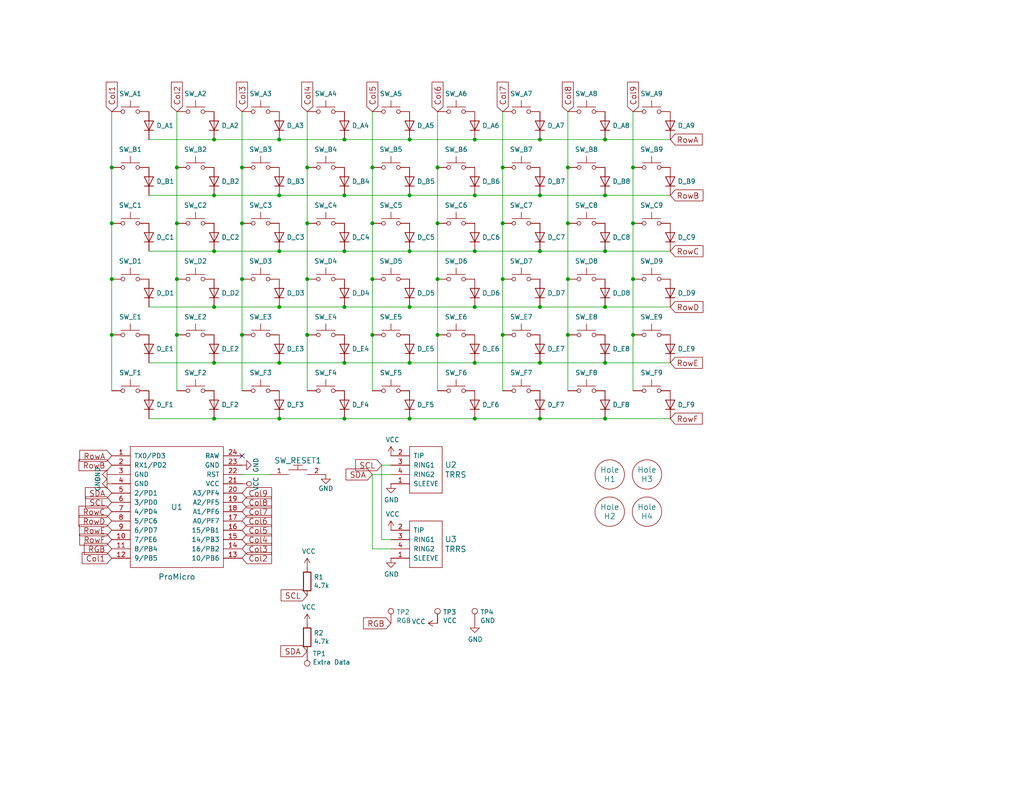
<source format=kicad_sch>
(kicad_sch (version 20211123) (generator eeschema)
  (paper "USLetter")
  (lib_symbols
    (symbol "Switch:SW_Push" (pin_numbers hide) (pin_names (offset 1.016) hide)
      (property "Reference" "SW" (at 1.27 2.54 0))
      (property "Value" "SW_Push" (at 0 -1.524 0))
      (symbol "SW_Push_0_1"
        (circle (center -2.032 0) (radius 0.508))
        (polyline (pts (xy 0 1.27) (xy 0 3.048)))
        (polyline (pts (xy 2.54 1.27) (xy -2.54 1.27)))
        (circle (center 2.032 0) (radius 0.508))
        (pin passive line (at -5.08 0 0) (length 2.54) (name "1") (number "1"))
        (pin passive line (at 5.08 0 180) (length 2.54) (name "2") (number "2"))
      )
    )
    (symbol "TRRS-keebio_1" (pin_names (offset 1.016))
      (property "Reference" "U2" (at 5.7912 7.6962 0))
      (property "Value" "TRRS" (at 5.7912 5.0038 0))
      (symbol "TRRS-keebio_1_0_1"
        (rectangle (start -3.81 0) (end -3.81 12.7))
        (rectangle (start -3.81 12.7) (end 5.08 12.7))
        (rectangle (start 5.08 0) (end -3.81 0))
        (rectangle (start 5.08 12.7) (end 5.08 0))
      )
      (symbol "TRRS-keebio_1_1_1"
        (pin input line (at -8.89 2.54 0) (length 5.08) (name "SLEEVE") (number "1"))
        (pin input line (at -8.89 10.16 0) (length 5.08) (name "TIP") (number "2"))
        (pin input line (at -8.89 7.62 0) (length 5.08) (name "RING1") (number "3"))
        (pin input line (at -8.89 5.08 0) (length 5.08) (name "RING2") (number "4"))
      )
    )
    (symbol "bfo9000-rescue:D-device" (pin_numbers hide) (pin_names (offset 1.016) hide)
      (property "Reference" "D" (at 0 2.54 0))
      (property "Value" "D-device" (at 0 -2.54 0))
      (symbol "D-device_0_1"
        (polyline (pts (xy -1.27 1.27) (xy -1.27 -1.27)) (stroke (width 0.2032)))
        (polyline (pts (xy 1.27 0) (xy -1.27 0)))
        (polyline (pts (xy 1.27 1.27) (xy 1.27 -1.27) (xy -1.27 0) (xy 1.27 1.27)) (stroke (width 0.2032)))
      )
      (symbol "D-device_1_1"
        (pin passive line (at -3.81 0 0) (length 2.54) (name "K") (number "1"))
        (pin passive line (at 3.81 0 180) (length 2.54) (name "A") (number "2"))
      )
    )
    (symbol "bfo9000-rescue:GND-RESCUE-bfo9000" (power) (pin_names (offset 0))
      (property "Value" "GND-RESCUE-bfo9000" (at 0 -3.81 0))
      (symbol "GND-RESCUE-bfo9000_0_1"
        (polyline (pts (xy 0 0) (xy 0 -1.27) (xy 1.27 -1.27) (xy 0 -2.54) (xy -1.27 -1.27) (xy 0 -1.27)))
      )
      (symbol "GND-RESCUE-bfo9000_1_1"
        (pin power_in line (at 0 0 270) (length 0) hide (name "GND") (number "1"))
      )
    )
    (symbol "bfo9000-rescue:Hole-RESCUE-bfo9000" (pin_names (offset 1.016))
      (property "Reference" "H" (at 0 -1.27 0))
      (property "Value" "Hole-RESCUE-bfo9000" (at 0 1.27 0))
      (symbol "Hole-RESCUE-bfo9000_0_1"
        (circle (center 0 0) (radius 4.0132))
      )
    )
    (symbol "bfo9000-rescue:ProMicro-RESCUE-bfo9000" (pin_names (offset 1.016))
      (property "Reference" "U" (at 0 0 0))
      (property "Value" "ProMicro-RESCUE-bfo9000" (at 0 -19.05 0))
      (symbol "ProMicro-RESCUE-bfo9000_0_1"
        (rectangle (start -12.7 -16.51) (end 12.7 16.51))
      )
      (symbol "ProMicro-RESCUE-bfo9000_1_1"
        (pin input line (at -17.78 13.97 0) (length 5.08) (name "TX0/PD3") (number "1"))
        (pin input line (at -17.78 -8.89 0) (length 5.08) (name "7/PE6") (number "10"))
        (pin input line (at -17.78 -11.43 0) (length 5.08) (name "8/PB4") (number "11"))
        (pin input line (at -17.78 -13.97 0) (length 5.08) (name "9/PB5") (number "12"))
        (pin input line (at 17.78 -13.97 180) (length 5.08) (name "10/PB6") (number "13"))
        (pin input line (at 17.78 -11.43 180) (length 5.08) (name "16/PB2") (number "14"))
        (pin input line (at 17.78 -8.89 180) (length 5.08) (name "14/PB3") (number "15"))
        (pin input line (at 17.78 -6.35 180) (length 5.08) (name "15/PB1") (number "16"))
        (pin input line (at 17.78 -3.81 180) (length 5.08) (name "A0/PF7") (number "17"))
        (pin input line (at 17.78 -1.27 180) (length 5.08) (name "A1/PF6") (number "18"))
        (pin input line (at 17.78 1.27 180) (length 5.08) (name "A2/PF5") (number "19"))
        (pin input line (at -17.78 11.43 0) (length 5.08) (name "RX1/PD2") (number "2"))
        (pin input line (at 17.78 3.81 180) (length 5.08) (name "A3/PF4") (number "20"))
        (pin input line (at 17.78 6.35 180) (length 5.08) (name "VCC") (number "21"))
        (pin input line (at 17.78 8.89 180) (length 5.08) (name "RST") (number "22"))
        (pin input line (at 17.78 11.43 180) (length 5.08) (name "GND") (number "23"))
        (pin input line (at 17.78 13.97 180) (length 5.08) (name "RAW") (number "24"))
        (pin input line (at -17.78 8.89 0) (length 5.08) (name "GND") (number "3"))
        (pin input line (at -17.78 6.35 0) (length 5.08) (name "GND") (number "4"))
        (pin input line (at -17.78 3.81 0) (length 5.08) (name "2/PD1") (number "5"))
        (pin input line (at -17.78 1.27 0) (length 5.08) (name "3/PD0") (number "6"))
        (pin input line (at -17.78 -1.27 0) (length 5.08) (name "4/PD4") (number "7"))
        (pin input line (at -17.78 -3.81 0) (length 5.08) (name "5/PC6") (number "8"))
        (pin input line (at -17.78 -6.35 0) (length 5.08) (name "6/PD7") (number "9"))
      )
    )
    (symbol "bfo9000-rescue:R-device" (pin_numbers hide) (pin_names (offset 0))
      (property "Reference" "R" (at 2.032 0 90))
      (property "Value" "R-device" (at 0 0 90))
      (symbol "R-device_0_1"
        (rectangle (start -1.016 -2.54) (end 1.016 2.54) (stroke (width 0.254)))
      )
      (symbol "R-device_1_1"
        (pin passive line (at 0 3.81 270) (length 1.27) (name "~") (number "1"))
        (pin passive line (at 0 -3.81 90) (length 1.27) (name "~") (number "2"))
      )
    )
    (symbol "bfo9000-rescue:Switch-RESCUE-bfo9000" (pin_names (offset 1.016))
      (property "Reference" "SW" (at 0 3.81 0))
      (symbol "Switch-RESCUE-bfo9000_0_1"
        (polyline (pts (xy -2.54 1.27) (xy 2.54 1.27)))
        (polyline (pts (xy -1.27 2.54) (xy 1.27 2.54)))
        (polyline (pts (xy 0 2.54) (xy 0 1.27)))
      )
      (symbol "Switch-RESCUE-bfo9000_1_1"
        (pin input line (at -7.62 0 0) (length 5.08) (name "~") (number "1"))
        (pin input line (at 7.62 0 180) (length 5.08) (name "~") (number "2"))
      )
    )
    (symbol "bfo9000-rescue:TRRS-keebio" (pin_names (offset 1.016))
      (property "Reference" "U3" (at 5.7912 7.6962 0))
      (property "Value" "TRRS" (at 5.7912 5.0038 0))
      (symbol "TRRS-keebio_0_1"
        (rectangle (start -3.81 0) (end -3.81 12.7))
        (rectangle (start -3.81 12.7) (end 5.08 12.7))
        (rectangle (start 5.08 0) (end -3.81 0))
        (rectangle (start 5.08 12.7) (end 5.08 0))
      )
      (symbol "TRRS-keebio_1_1"
        (pin input line (at -8.89 2.54 0) (length 5.08) (name "SLEEVE") (number "1"))
        (pin input line (at -8.89 10.16 0) (length 5.08) (name "TIP") (number "2"))
        (pin input line (at -8.89 7.62 0) (length 5.08) (name "RING1") (number "3"))
        (pin input line (at -8.89 5.08 0) (length 5.08) (name "RING2") (number "4"))
      )
    )
    (symbol "bfo9000-rescue:Test_Point-Connector" (pin_numbers hide) (pin_names (offset 0.762) hide)
      (property "Reference" "TP" (at 0 6.858 0))
      (property "Value" "Test_Point-Connector" (at 0 5.08 0))
      (symbol "Test_Point-Connector_0_1"
        (circle (center 0 3.302) (radius 0.762))
      )
      (symbol "Test_Point-Connector_1_1"
        (pin passive line (at 0 0 90) (length 2.54) (name "1") (number "1"))
      )
    )
    (symbol "bfo9000-rescue:VCC-RESCUE-bfo9000" (power) (pin_names (offset 0))
      (property "Value" "VCC-RESCUE-bfo9000" (at 0 3.81 0))
      (symbol "VCC-RESCUE-bfo9000_0_1"
        (polyline (pts (xy 0 0) (xy 0 1.27)))
        (circle (center 0 1.905) (radius 0.635))
      )
      (symbol "VCC-RESCUE-bfo9000_1_1"
        (pin power_in line (at 0 0 90) (length 0) hide (name "VCC") (number "1"))
      )
    )
    (symbol "power:GND" (power) (pin_names (offset 0))
      (property "Value" "GND" (at 0 -3.81 0))
      (symbol "GND_0_1"
        (polyline (pts (xy 0 0) (xy 0 -1.27) (xy 1.27 -1.27) (xy 0 -2.54) (xy -1.27 -1.27) (xy 0 -1.27)))
      )
      (symbol "GND_1_1"
        (pin power_in line (at 0 0 270) (length 0) hide (name "GND") (number "1"))
      )
    )
    (symbol "power:VCC" (power) (pin_names (offset 0))
      (property "Value" "VCC" (at 0 3.81 0))
      (symbol "VCC_0_1"
        (polyline (pts (xy -0.762 1.27) (xy 0 2.54)))
        (polyline (pts (xy 0 0) (xy 0 2.54)))
        (polyline (pts (xy 0 2.54) (xy 0.762 1.27)))
      )
      (symbol "VCC_1_1"
        (pin power_in line (at 0 0 90) (length 0) hide (name "VCC") (number "1"))
      )
    )
  )
  (junction (at 101.6 91.44))
  (junction (at 137.16 60.96))
  (junction (at 129.54 99.06))
  (junction (at 172.72 76.2))
  (junction (at 76.2 38.1))
  (junction (at 165.1 99.06))
  (junction (at 111.76 114.3))
  (junction (at 83.82 45.72))
  (junction (at 165.1 38.1))
  (junction (at 154.94 76.2))
  (junction (at 119.38 91.44))
  (junction (at 58.42 83.82))
  (junction (at 48.26 45.72))
  (junction (at 129.54 53.34))
  (junction (at 93.98 114.3))
  (junction (at 165.1 53.34))
  (junction (at 137.16 76.2))
  (junction (at 111.76 53.34))
  (junction (at 172.72 91.44))
  (junction (at 147.32 68.58))
  (junction (at 58.42 114.3))
  (junction (at 76.2 83.82))
  (junction (at 111.76 83.82))
  (junction (at 129.54 83.82))
  (junction (at 129.54 68.58))
  (junction (at 119.38 60.96))
  (junction (at 83.82 91.44))
  (junction (at 93.98 68.58))
  (junction (at 76.2 99.06))
  (junction (at 154.94 45.72))
  (junction (at 137.16 45.72))
  (junction (at 66.04 76.2))
  (junction (at 66.04 91.44))
  (junction (at 111.76 68.58))
  (junction (at 101.6 45.72))
  (junction (at 48.26 91.44))
  (junction (at 101.6 76.2))
  (junction (at 30.48 60.96))
  (junction (at 147.32 38.1))
  (junction (at 58.42 68.58))
  (junction (at 129.54 114.3))
  (junction (at 111.76 99.06))
  (junction (at 58.42 99.06))
  (junction (at 66.04 45.72))
  (junction (at 83.82 76.2))
  (junction (at 93.98 83.82))
  (junction (at 30.48 45.72))
  (junction (at 147.32 83.82))
  (junction (at 48.26 60.96))
  (junction (at 93.98 53.34))
  (junction (at 165.1 83.82))
  (junction (at 58.42 53.34))
  (junction (at 147.32 114.3))
  (junction (at 76.2 68.58))
  (junction (at 172.72 60.96))
  (junction (at 93.98 38.1))
  (junction (at 66.04 60.96))
  (junction (at 129.54 38.1))
  (junction (at 76.2 53.34))
  (junction (at 154.94 91.44))
  (junction (at 101.6 60.96))
  (junction (at 111.76 38.1))
  (junction (at 30.48 76.2))
  (junction (at 58.42 38.1))
  (junction (at 76.2 114.3))
  (junction (at 165.1 114.3))
  (junction (at 119.38 45.72))
  (junction (at 172.72 45.72))
  (junction (at 83.82 60.96))
  (junction (at 137.16 91.44))
  (junction (at 165.1 68.58))
  (junction (at 93.98 99.06))
  (junction (at 30.48 91.44))
  (junction (at 48.26 76.2))
  (junction (at 119.38 76.2))
  (junction (at 147.32 53.34))
  (junction (at 147.32 99.06))
  (junction (at 154.94 60.96))
  (no_connect (at 66.04 124.46))
  (wire (pts (xy 147.32 83.82) (xy 129.54 83.82)))
  (wire (pts (xy 172.72 91.44) (xy 172.72 106.68)))
  (wire (pts (xy 165.1 114.3) (xy 147.32 114.3)))
  (wire (pts (xy 104.14 147.32) (xy 104.14 127)))
  (wire (pts (xy 101.6 149.86) (xy 106.68 149.86)))
  (wire (pts (xy 30.48 60.96) (xy 30.48 45.72)))
  (wire (pts (xy 76.2 38.1) (xy 93.98 38.1)))
  (wire (pts (xy 93.98 68.58) (xy 111.76 68.58)))
  (wire (pts (xy 119.38 60.96) (xy 119.38 45.72)))
  (wire (pts (xy 154.94 91.44) (xy 154.94 76.2)))
  (wire (pts (xy 66.04 106.68) (xy 66.04 91.44)))
  (wire (pts (xy 48.26 45.72) (xy 48.26 30.48)))
  (wire (pts (xy 129.54 53.34) (xy 147.32 53.34)))
  (wire (pts (xy 83.82 45.72) (xy 83.82 30.48)))
  (wire (pts (xy 76.2 83.82) (xy 58.42 83.82)))
  (wire (pts (xy 129.54 68.58) (xy 147.32 68.58)))
  (wire (pts (xy 147.32 99.06) (xy 165.1 99.06)))
  (wire (pts (xy 129.54 99.06) (xy 147.32 99.06)))
  (wire (pts (xy 106.68 129.54) (xy 101.6 129.54)))
  (wire (pts (xy 73.66 129.54) (xy 66.04 129.54)))
  (wire (pts (xy 30.48 106.68) (xy 30.48 91.44)))
  (wire (pts (xy 165.1 68.58) (xy 182.88 68.58)))
  (wire (pts (xy 101.6 129.54) (xy 101.6 149.86)))
  (wire (pts (xy 93.98 83.82) (xy 76.2 83.82)))
  (wire (pts (xy 119.38 106.68) (xy 119.38 91.44)))
  (wire (pts (xy 83.82 106.68) (xy 83.82 91.44)))
  (wire (pts (xy 104.14 127) (xy 106.68 127)))
  (wire (pts (xy 93.98 99.06) (xy 111.76 99.06)))
  (wire (pts (xy 76.2 99.06) (xy 93.98 99.06)))
  (wire (pts (xy 58.42 83.82) (xy 40.64 83.82)))
  (wire (pts (xy 172.72 76.2) (xy 172.72 91.44)))
  (wire (pts (xy 154.94 76.2) (xy 154.94 60.96)))
  (wire (pts (xy 30.48 91.44) (xy 30.48 76.2)))
  (wire (pts (xy 111.76 83.82) (xy 93.98 83.82)))
  (wire (pts (xy 137.16 91.44) (xy 137.16 76.2)))
  (wire (pts (xy 66.04 91.44) (xy 66.04 76.2)))
  (wire (pts (xy 83.82 91.44) (xy 83.82 76.2)))
  (wire (pts (xy 48.26 60.96) (xy 48.26 45.72)))
  (wire (pts (xy 66.04 60.96) (xy 66.04 45.72)))
  (wire (pts (xy 111.76 53.34) (xy 129.54 53.34)))
  (wire (pts (xy 66.04 76.2) (xy 66.04 60.96)))
  (wire (pts (xy 154.94 60.96) (xy 154.94 45.72)))
  (wire (pts (xy 93.98 114.3) (xy 76.2 114.3)))
  (wire (pts (xy 58.42 38.1) (xy 76.2 38.1)))
  (wire (pts (xy 165.1 83.82) (xy 147.32 83.82)))
  (wire (pts (xy 101.6 91.44) (xy 101.6 76.2)))
  (wire (pts (xy 182.88 114.3) (xy 165.1 114.3)))
  (wire (pts (xy 30.48 45.72) (xy 30.48 30.48)))
  (wire (pts (xy 76.2 114.3) (xy 58.42 114.3)))
  (wire (pts (xy 111.76 68.58) (xy 129.54 68.58)))
  (wire (pts (xy 165.1 53.34) (xy 182.88 53.34)))
  (wire (pts (xy 76.2 68.58) (xy 93.98 68.58)))
  (wire (pts (xy 111.76 38.1) (xy 129.54 38.1)))
  (wire (pts (xy 147.32 53.34) (xy 165.1 53.34)))
  (wire (pts (xy 154.94 45.72) (xy 154.94 30.48)))
  (wire (pts (xy 48.26 91.44) (xy 48.26 76.2)))
  (wire (pts (xy 172.72 45.72) (xy 172.72 60.96)))
  (wire (pts (xy 83.82 60.96) (xy 83.82 45.72)))
  (wire (pts (xy 129.54 114.3) (xy 111.76 114.3)))
  (wire (pts (xy 106.68 147.32) (xy 104.14 147.32)))
  (wire (pts (xy 40.64 99.06) (xy 58.42 99.06)))
  (wire (pts (xy 147.32 38.1) (xy 165.1 38.1)))
  (wire (pts (xy 101.6 45.72) (xy 101.6 30.48)))
  (wire (pts (xy 111.76 114.3) (xy 93.98 114.3)))
  (wire (pts (xy 58.42 53.34) (xy 76.2 53.34)))
  (wire (pts (xy 30.48 76.2) (xy 30.48 60.96)))
  (wire (pts (xy 165.1 38.1) (xy 182.88 38.1)))
  (wire (pts (xy 58.42 99.06) (xy 76.2 99.06)))
  (wire (pts (xy 101.6 60.96) (xy 101.6 45.72)))
  (wire (pts (xy 93.98 53.34) (xy 111.76 53.34)))
  (wire (pts (xy 137.16 76.2) (xy 137.16 60.96)))
  (wire (pts (xy 48.26 76.2) (xy 48.26 60.96)))
  (wire (pts (xy 172.72 60.96) (xy 172.72 76.2)))
  (wire (pts (xy 48.26 106.68) (xy 48.26 91.44)))
  (wire (pts (xy 129.54 38.1) (xy 147.32 38.1)))
  (wire (pts (xy 111.76 99.06) (xy 129.54 99.06)))
  (wire (pts (xy 40.64 38.1) (xy 58.42 38.1)))
  (wire (pts (xy 66.04 45.72) (xy 66.04 30.48)))
  (wire (pts (xy 40.64 68.58) (xy 58.42 68.58)))
  (wire (pts (xy 101.6 76.2) (xy 101.6 60.96)))
  (wire (pts (xy 40.64 53.34) (xy 58.42 53.34)))
  (wire (pts (xy 147.32 114.3) (xy 129.54 114.3)))
  (wire (pts (xy 83.82 76.2) (xy 83.82 60.96)))
  (wire (pts (xy 154.94 106.68) (xy 154.94 91.44)))
  (wire (pts (xy 147.32 68.58) (xy 165.1 68.58)))
  (wire (pts (xy 165.1 99.06) (xy 182.88 99.06)))
  (wire (pts (xy 119.38 76.2) (xy 119.38 60.96)))
  (wire (pts (xy 101.6 106.68) (xy 101.6 91.44)))
  (wire (pts (xy 137.16 60.96) (xy 137.16 45.72)))
  (wire (pts (xy 137.16 106.68) (xy 137.16 91.44)))
  (wire (pts (xy 172.72 30.48) (xy 172.72 45.72)))
  (wire (pts (xy 93.98 38.1) (xy 111.76 38.1)))
  (wire (pts (xy 58.42 114.3) (xy 40.64 114.3)))
  (wire (pts (xy 119.38 45.72) (xy 119.38 30.48)))
  (wire (pts (xy 119.38 91.44) (xy 119.38 76.2)))
  (wire (pts (xy 182.88 83.82) (xy 165.1 83.82)))
  (wire (pts (xy 76.2 53.34) (xy 93.98 53.34)))
  (wire (pts (xy 137.16 45.72) (xy 137.16 30.48)))
  (wire (pts (xy 58.42 68.58) (xy 76.2 68.58)))
  (wire (pts (xy 129.54 83.82) (xy 111.76 83.82)))
  (global_label "Col1" (shape input) (at 30.48 30.48 90) (effects (font (size 1.524 1.524))) (property "Intersheet References" "${INTERSHEET_REFS}" (effects hide)))
  (global_label "Col7" (shape input) (at 137.16 30.48 90) (effects (font (size 1.524 1.524))) (property "Intersheet References" "${INTERSHEET_REFS}" (effects hide)))
  (global_label "RowD" (shape input) (at 30.48 142.24 180) (effects (font (size 1.524 1.524))) (property "Intersheet References" "${INTERSHEET_REFS}" (effects hide)))
  (global_label "RowB" (shape input) (at 182.88 53.34 0) (effects (font (size 1.524 1.524))) (property "Intersheet References" "${INTERSHEET_REFS}" (effects hide)))
  (global_label "RowC" (shape input) (at 182.88 68.58 0) (effects (font (size 1.524 1.524))) (property "Intersheet References" "${INTERSHEET_REFS}" (effects hide)))
  (global_label "Col4" (shape input) (at 66.04 147.32 0) (effects (font (size 1.524 1.524))) (property "Intersheet References" "${INTERSHEET_REFS}" (effects hide)))
  (global_label "Col9" (shape input) (at 172.72 30.48 90) (effects (font (size 1.524 1.524))) (property "Intersheet References" "${INTERSHEET_REFS}" (effects hide)))
  (global_label "Col6" (shape input) (at 66.04 142.24 0) (effects (font (size 1.524 1.524))) (property "Intersheet References" "${INTERSHEET_REFS}" (effects hide)))
  (global_label "Col6" (shape input) (at 119.38 30.48 90) (effects (font (size 1.524 1.524))) (property "Intersheet References" "${INTERSHEET_REFS}" (effects hide)))
  (global_label "RGB" (shape input) (at 30.48 149.86 180) (effects (font (size 1.524 1.524))) (property "Intersheet References" "${INTERSHEET_REFS}" (effects hide)))
  (global_label "Col8" (shape input) (at 66.04 137.16 0) (effects (font (size 1.524 1.524))) (property "Intersheet References" "${INTERSHEET_REFS}" (effects hide)))
  (global_label "RowF" (shape input) (at 182.88 114.3 0) (effects (font (size 1.524 1.524))) (property "Intersheet References" "${INTERSHEET_REFS}" (effects hide)))
  (global_label "Col4" (shape input) (at 83.82 30.48 90) (effects (font (size 1.524 1.524))) (property "Intersheet References" "${INTERSHEET_REFS}" (effects hide)))
  (global_label "Col2" (shape input) (at 48.26 30.48 90) (effects (font (size 1.524 1.524))) (property "Intersheet References" "${INTERSHEET_REFS}" (effects hide)))
  (global_label "Col8" (shape input) (at 154.94 30.48 90) (effects (font (size 1.524 1.524))) (property "Intersheet References" "${INTERSHEET_REFS}" (effects hide)))
  (global_label "RowA" (shape input) (at 30.48 124.46 180) (effects (font (size 1.524 1.524))) (property "Intersheet References" "${INTERSHEET_REFS}" (effects hide)))
  (global_label "Col3" (shape input) (at 66.04 30.48 90) (effects (font (size 1.524 1.524))) (property "Intersheet References" "${INTERSHEET_REFS}" (effects hide)))
  (global_label "SDA" (shape input) (at 30.48 134.62 180) (effects (font (size 1.524 1.524))) (property "Intersheet References" "${INTERSHEET_REFS}" (effects hide)))
  (global_label "SCL" (shape input) (at 104.14 127 180) (effects (font (size 1.524 1.524))) (property "Intersheet References" "${INTERSHEET_REFS}" (effects hide)))
  (global_label "SCL" (shape input) (at 30.48 137.16 180) (effects (font (size 1.524 1.524))) (property "Intersheet References" "${INTERSHEET_REFS}" (effects hide)))
  (global_label "RowC" (shape input) (at 30.48 139.7 180) (effects (font (size 1.524 1.524))) (property "Intersheet References" "${INTERSHEET_REFS}" (effects hide)))
  (global_label "Col1" (shape input) (at 30.48 152.4 180) (effects (font (size 1.524 1.524))) (property "Intersheet References" "${INTERSHEET_REFS}" (effects hide)))
  (global_label "Col2" (shape input) (at 66.04 152.4 0) (effects (font (size 1.524 1.524))) (property "Intersheet References" "${INTERSHEET_REFS}" (effects hide)))
  (global_label "RowA" (shape input) (at 182.88 38.1 0) (effects (font (size 1.524 1.524))) (property "Intersheet References" "${INTERSHEET_REFS}" (effects hide)))
  (global_label "RowE" (shape input) (at 182.88 99.06 0) (effects (font (size 1.524 1.524))) (property "Intersheet References" "${INTERSHEET_REFS}" (effects hide)))
  (global_label "SDA" (shape input) (at 101.6 129.54 180) (effects (font (size 1.524 1.524))) (property "Intersheet References" "${INTERSHEET_REFS}" (effects hide)))
  (global_label "Col7" (shape input) (at 66.04 139.7 0) (effects (font (size 1.524 1.524))) (property "Intersheet References" "${INTERSHEET_REFS}" (effects hide)))
  (global_label "SCL" (shape input) (at 83.82 162.56 180) (effects (font (size 1.524 1.524))) (property "Intersheet References" "${INTERSHEET_REFS}" (effects hide)))
  (global_label "Col5" (shape input) (at 101.6 30.48 90) (effects (font (size 1.524 1.524))) (property "Intersheet References" "${INTERSHEET_REFS}" (effects hide)))
  (global_label "RGB" (shape input) (at 106.68 170.18 180) (effects (font (size 1.524 1.524))) (property "Intersheet References" "${INTERSHEET_REFS}" (effects hide)))
  (global_label "RowB" (shape input) (at 30.48 127 180) (effects (font (size 1.524 1.524))) (property "Intersheet References" "${INTERSHEET_REFS}" (effects hide)))
  (global_label "RowD" (shape input) (at 182.88 83.82 0) (effects (font (size 1.524 1.524))) (property "Intersheet References" "${INTERSHEET_REFS}" (effects hide)))
  (global_label "RowE" (shape input) (at 30.48 144.78 180) (effects (font (size 1.524 1.524))) (property "Intersheet References" "${INTERSHEET_REFS}" (effects hide)))
  (global_label "Col3" (shape input) (at 66.04 149.86 0) (effects (font (size 1.524 1.524))) (property "Intersheet References" "${INTERSHEET_REFS}" (effects hide)))
  (global_label "SDA" (shape input) (at 83.82 177.8 180) (effects (font (size 1.524 1.524))) (property "Intersheet References" "${INTERSHEET_REFS}" (effects hide)))
  (global_label "Col9" (shape input) (at 66.04 134.62 0) (effects (font (size 1.524 1.524))) (property "Intersheet References" "${INTERSHEET_REFS}" (effects hide)))
  (global_label "RowF" (shape input) (at 30.48 147.32 180) (effects (font (size 1.524 1.524))) (property "Intersheet References" "${INTERSHEET_REFS}" (effects hide)))
  (global_label "Col5" (shape input) (at 66.04 144.78 0) (effects (font (size 1.524 1.524))) (property "Intersheet References" "${INTERSHEET_REFS}" (effects hide)))
  (symbol (lib_id "bfo9000-rescue:ProMicro-RESCUE-bfo9000") (at 48.26 138.43 0) (unit 1)
    (property "Reference" "U1" (at 48.26 138.43 0) (effects (font (size 1.524 1.524))))
    (property "Value" "ProMicro" (at 48.26 157.48 0) (effects (font (size 1.524 1.524))))
    (property "Footprint" "Keebio-Parts:ArduinoProMicro" (effects hide))
  )
  (symbol (lib_id "bfo9000-rescue:GND-RESCUE-bfo9000") (at 30.48 129.54 270) (unit 1)
    (property "Reference" "#PWR07" (effects hide))
    (property "Value" "GND" (at 26.67 129.54 0))
  )
  (symbol (lib_id "bfo9000-rescue:GND-RESCUE-bfo9000") (at 30.48 132.08 270) (unit 1)
    (property "Reference" "#PWR08" (effects hide))
    (property "Value" "GND" (at 26.67 132.08 0))
  )
  (symbol (lib_id "bfo9000-rescue:GND-RESCUE-bfo9000") (at 66.04 127 90) (unit 1)
    (property "Reference" "#PWR09" (effects hide))
    (property "Value" "GND" (at 69.85 127 0))
  )
  (symbol (lib_id "bfo9000-rescue:Switch-RESCUE-bfo9000") (at 81.28 129.54 0) (unit 1)
    (property "Reference" "SW_RESET1" (at 81.28 125.73 0) (effects (font (size 1.524 1.524))))
    (property "Value" "Reset" (effects hide))
    (property "Footprint" "Keebio-Parts:SW_Tactile_SPST_Angled_MJTP1117" (effects hide))
  )
  (symbol (lib_id "bfo9000-rescue:GND-RESCUE-bfo9000") (at 88.9 129.54 0) (unit 1)
    (property "Reference" "#PWR011" (effects hide))
    (property "Value" "GND" (at 88.9 133.35 0))
  )
  (symbol (lib_id "bfo9000-rescue:VCC-RESCUE-bfo9000") (at 66.04 132.08 270) (unit 1)
    (property "Reference" "#PWR010" (effects hide))
    (property "Value" "VCC" (at 69.85 132.08 0))
  )
  (symbol (lib_id "bfo9000-rescue:Hole-RESCUE-bfo9000") (at 166.37 129.54 0) (unit 1)
    (property "Reference" "H1" (at 166.37 130.81 0) (effects (font (size 1.524 1.524))))
    (property "Value" "Hole" (at 166.37 128.27 0) (effects (font (size 1.524 1.524))))
    (property "Footprint" "Mounting_Holes:MountingHole_4mm" (effects hide))
  )
  (symbol (lib_id "bfo9000-rescue:Hole-RESCUE-bfo9000") (at 176.53 129.54 0) (unit 1)
    (property "Reference" "H3" (at 176.53 130.81 0) (effects (font (size 1.524 1.524))))
    (property "Value" "Hole" (at 176.53 128.27 0) (effects (font (size 1.524 1.524))))
    (property "Footprint" "Mounting_Holes:MountingHole_4mm" (effects hide))
  )
  (symbol (lib_id "bfo9000-rescue:Hole-RESCUE-bfo9000") (at 166.37 139.7 0) (unit 1)
    (property "Reference" "H2" (at 166.37 140.97 0) (effects (font (size 1.524 1.524))))
    (property "Value" "Hole" (at 166.37 138.43 0) (effects (font (size 1.524 1.524))))
    (property "Footprint" "Mounting_Holes:MountingHole_4mm" (effects hide))
  )
  (symbol (lib_id "bfo9000-rescue:Hole-RESCUE-bfo9000") (at 176.53 139.7 0) (unit 1)
    (property "Reference" "H4" (at 176.53 140.97 0) (effects (font (size 1.524 1.524))))
    (property "Value" "Hole" (at 176.53 138.43 0) (effects (font (size 1.524 1.524))))
    (property "Footprint" "Mounting_Holes:MountingHole_4mm" (effects hide))
  )
  (symbol (lib_name "TRRS-keebio_1") (lib_id "bfo9000-rescue:TRRS-keebio") (at 115.57 134.62 0) (unit 1)
    (property "Reference" "U2" (at 121.3612 126.9238 0) (effects (font (size 1.524 1.524)) (justify left)))
    (property "Value" "TRRS" (at 121.3612 129.6162 0) (effects (font (size 1.524 1.524)) (justify left)))
    (property "Footprint" "Keebio-Parts:TRRS-PJ-320A" (effects hide))
  )
  (symbol (lib_id "bfo9000-rescue:TRRS-keebio") (at 115.57 154.94 0) (unit 1)
    (property "Reference" "U3" (at 121.3612 147.2438 0) (effects (font (size 1.524 1.524)) (justify left)))
    (property "Value" "TRRS" (at 121.3612 149.9362 0) (effects (font (size 1.524 1.524)) (justify left)))
    (property "Footprint" "Keebio-Parts:TRRS-PJ-320A" (effects hide))
  )
  (symbol (lib_id "power:VCC") (at 106.68 124.46 0) (unit 1)
    (property "Reference" "#PWR01" (effects hide))
    (property "Value" "VCC" (at 107.1118 120.0658 0))
  )
  (symbol (lib_id "power:VCC") (at 106.68 144.78 0) (unit 1)
    (property "Reference" "#PWR03" (effects hide))
    (property "Value" "VCC" (at 107.1118 140.3858 0))
  )
  (symbol (lib_id "power:GND") (at 106.68 152.4 0) (unit 1)
    (property "Reference" "#PWR04" (effects hide))
    (property "Value" "GND" (at 106.807 156.7942 0))
  )
  (symbol (lib_id "power:GND") (at 106.68 132.08 0) (unit 1)
    (property "Reference" "#PWR02" (effects hide))
    (property "Value" "GND" (at 106.807 136.4742 0))
  )
  (symbol (lib_id "Switch:SW_Push") (at 35.56 30.48 0) (unit 1)
    (property "Reference" "SW_A1" (at 35.56 25.5778 0))
    (property "Value" "SW_Push" (effects hide))
    (property "Footprint" "Keebio-Parts:MX-Alps-Choc-1U-NoLED" (effects hide))
  )
  (symbol (lib_id "bfo9000-rescue:D-device") (at 40.64 34.29 90) (unit 1)
    (property "Reference" "D_A1" (at 42.6466 34.29 90) (effects (justify right)))
    (property "Value" "D" (effects hide))
    (property "Footprint" "Keebio-Parts:Diode-Hybrid-Back" (effects hide))
  )
  (symbol (lib_id "Switch:SW_Push") (at 35.56 45.72 0) (unit 1)
    (property "Reference" "SW_B1" (at 35.56 40.8178 0))
    (property "Value" "SW_Push" (effects hide))
    (property "Footprint" "Keebio-Parts:MX-Alps-Choc-1U-NoLED" (effects hide))
  )
  (symbol (lib_id "bfo9000-rescue:D-device") (at 40.64 49.53 90) (unit 1)
    (property "Reference" "D_B1" (at 42.6466 49.53 90) (effects (justify right)))
    (property "Value" "D" (effects hide))
    (property "Footprint" "Keebio-Parts:Diode-Hybrid-Back" (effects hide))
  )
  (symbol (lib_id "Switch:SW_Push") (at 35.56 60.96 0) (unit 1)
    (property "Reference" "SW_C1" (at 35.56 56.0578 0))
    (property "Value" "SW_Push" (effects hide))
    (property "Footprint" "Keebio-Parts:MX-Alps-Choc-1U-NoLED" (effects hide))
  )
  (symbol (lib_id "bfo9000-rescue:D-device") (at 40.64 64.77 90) (unit 1)
    (property "Reference" "D_C1" (at 42.6466 64.77 90) (effects (justify right)))
    (property "Value" "D" (effects hide))
    (property "Footprint" "Keebio-Parts:Diode-Hybrid-Back" (effects hide))
  )
  (symbol (lib_id "Switch:SW_Push") (at 35.56 76.2 0) (unit 1)
    (property "Reference" "SW_D1" (at 35.56 71.2978 0))
    (property "Value" "SW_Push" (effects hide))
    (property "Footprint" "Keebio-Parts:MX-Alps-Choc-1U-NoLED" (effects hide))
  )
  (symbol (lib_id "bfo9000-rescue:D-device") (at 40.64 80.01 90) (unit 1)
    (property "Reference" "D_D1" (at 42.6466 80.01 90) (effects (justify right)))
    (property "Value" "D" (effects hide))
    (property "Footprint" "Keebio-Parts:Diode-Hybrid-Back" (effects hide))
  )
  (symbol (lib_id "Switch:SW_Push") (at 35.56 91.44 0) (unit 1)
    (property "Reference" "SW_E1" (at 35.56 86.5378 0))
    (property "Value" "SW_Push" (effects hide))
    (property "Footprint" "Keebio-Parts:MX-Alps-Choc-1U-NoLED" (effects hide))
  )
  (symbol (lib_id "bfo9000-rescue:D-device") (at 40.64 95.25 90) (unit 1)
    (property "Reference" "D_E1" (at 42.6466 95.25 90) (effects (justify right)))
    (property "Value" "D" (effects hide))
    (property "Footprint" "Keebio-Parts:Diode-Hybrid-Back" (effects hide))
  )
  (symbol (lib_id "Switch:SW_Push") (at 35.56 106.68 0) (unit 1)
    (property "Reference" "SW_F1" (at 35.56 101.7778 0))
    (property "Value" "SW_Push" (effects hide))
    (property "Footprint" "Keebio-Parts:MX-Alps-Choc-1U-NoLED" (effects hide))
  )
  (symbol (lib_id "bfo9000-rescue:D-device") (at 40.64 110.49 90) (unit 1)
    (property "Reference" "D_F1" (at 42.6466 110.49 90) (effects (justify right)))
    (property "Value" "D" (effects hide))
    (property "Footprint" "Keebio-Parts:Diode-Hybrid-Back" (effects hide))
  )
  (symbol (lib_id "Switch:SW_Push") (at 53.34 30.48 0) (unit 1)
    (property "Reference" "SW_A2" (at 53.34 25.5778 0))
    (property "Value" "SW_Push" (effects hide))
    (property "Footprint" "Keebio-Parts:MX-Alps-Choc-1U-NoLED" (effects hide))
  )
  (symbol (lib_id "bfo9000-rescue:D-device") (at 58.42 34.29 90) (unit 1)
    (property "Reference" "D_A2" (at 60.4266 34.29 90) (effects (justify right)))
    (property "Value" "D" (effects hide))
    (property "Footprint" "Keebio-Parts:Diode-Hybrid-Back" (effects hide))
  )
  (symbol (lib_id "Switch:SW_Push") (at 53.34 45.72 0) (unit 1)
    (property "Reference" "SW_B2" (at 53.34 40.8178 0))
    (property "Value" "SW_Push" (effects hide))
    (property "Footprint" "Keebio-Parts:MX-Alps-Choc-1U-NoLED" (effects hide))
  )
  (symbol (lib_id "bfo9000-rescue:D-device") (at 58.42 49.53 90) (unit 1)
    (property "Reference" "D_B2" (at 60.4266 49.53 90) (effects (justify right)))
    (property "Value" "D" (effects hide))
    (property "Footprint" "Keebio-Parts:Diode-Hybrid-Back" (effects hide))
  )
  (symbol (lib_id "Switch:SW_Push") (at 53.34 60.96 0) (unit 1)
    (property "Reference" "SW_C2" (at 53.34 56.0578 0))
    (property "Value" "SW_Push" (effects hide))
    (property "Footprint" "Keebio-Parts:MX-Alps-Choc-1U-NoLED" (effects hide))
  )
  (symbol (lib_id "bfo9000-rescue:D-device") (at 58.42 64.77 90) (unit 1)
    (property "Reference" "D_C2" (at 60.4266 64.77 90) (effects (justify right)))
    (property "Value" "D" (effects hide))
    (property "Footprint" "Keebio-Parts:Diode-Hybrid-Back" (effects hide))
  )
  (symbol (lib_id "Switch:SW_Push") (at 53.34 76.2 0) (unit 1)
    (property "Reference" "SW_D2" (at 53.34 71.2978 0))
    (property "Value" "SW_Push" (effects hide))
    (property "Footprint" "Keebio-Parts:MX-Alps-Choc-1U-NoLED" (effects hide))
  )
  (symbol (lib_id "bfo9000-rescue:D-device") (at 58.42 80.01 90) (unit 1)
    (property "Reference" "D_D2" (at 60.4266 80.01 90) (effects (justify right)))
    (property "Value" "D" (effects hide))
    (property "Footprint" "Keebio-Parts:Diode-Hybrid-Back" (effects hide))
  )
  (symbol (lib_id "Switch:SW_Push") (at 53.34 91.44 0) (unit 1)
    (property "Reference" "SW_E2" (at 53.34 86.5378 0))
    (property "Value" "SW_Push" (effects hide))
    (property "Footprint" "Keebio-Parts:MX-Alps-Choc-1U-NoLED" (effects hide))
  )
  (symbol (lib_id "bfo9000-rescue:D-device") (at 58.42 95.25 90) (unit 1)
    (property "Reference" "D_E2" (at 60.4266 95.25 90) (effects (justify right)))
    (property "Value" "D" (effects hide))
    (property "Footprint" "Keebio-Parts:Diode-Hybrid-Back" (effects hide))
  )
  (symbol (lib_id "Switch:SW_Push") (at 53.34 106.68 0) (unit 1)
    (property "Reference" "SW_F2" (at 53.34 101.7778 0))
    (property "Value" "SW_Push" (effects hide))
    (property "Footprint" "Keebio-Parts:MX-Alps-Choc-1U-NoLED" (effects hide))
  )
  (symbol (lib_id "bfo9000-rescue:D-device") (at 58.42 110.49 90) (unit 1)
    (property "Reference" "D_F2" (at 60.4266 110.49 90) (effects (justify right)))
    (property "Value" "D" (effects hide))
    (property "Footprint" "Keebio-Parts:Diode-Hybrid-Back" (effects hide))
  )
  (symbol (lib_id "Switch:SW_Push") (at 71.12 30.48 0) (unit 1)
    (property "Reference" "SW_A3" (at 71.12 25.5778 0))
    (property "Value" "SW_Push" (effects hide))
    (property "Footprint" "Keebio-Parts:MX-Alps-Choc-1U-NoLED" (effects hide))
  )
  (symbol (lib_id "bfo9000-rescue:D-device") (at 76.2 34.29 90) (unit 1)
    (property "Reference" "D_A3" (at 78.2066 34.29 90) (effects (justify right)))
    (property "Value" "D" (effects hide))
    (property "Footprint" "Keebio-Parts:Diode-Hybrid-Back" (effects hide))
  )
  (symbol (lib_id "Switch:SW_Push") (at 71.12 45.72 0) (unit 1)
    (property "Reference" "SW_B3" (at 71.12 40.8178 0))
    (property "Value" "SW_Push" (effects hide))
    (property "Footprint" "Keebio-Parts:MX-Alps-Choc-1U-NoLED" (effects hide))
  )
  (symbol (lib_id "bfo9000-rescue:D-device") (at 76.2 49.53 90) (unit 1)
    (property "Reference" "D_B3" (at 78.2066 49.53 90) (effects (justify right)))
    (property "Value" "D" (effects hide))
    (property "Footprint" "Keebio-Parts:Diode-Hybrid-Back" (effects hide))
  )
  (symbol (lib_id "Switch:SW_Push") (at 71.12 60.96 0) (unit 1)
    (property "Reference" "SW_C3" (at 71.12 56.0578 0))
    (property "Value" "SW_Push" (effects hide))
    (property "Footprint" "Keebio-Parts:MX-Alps-Choc-1U-NoLED" (effects hide))
  )
  (symbol (lib_id "bfo9000-rescue:D-device") (at 76.2 64.77 90) (unit 1)
    (property "Reference" "D_C3" (at 78.2066 64.77 90) (effects (justify right)))
    (property "Value" "D" (effects hide))
    (property "Footprint" "Keebio-Parts:Diode-Hybrid-Back" (effects hide))
  )
  (symbol (lib_id "Switch:SW_Push") (at 71.12 76.2 0) (unit 1)
    (property "Reference" "SW_D3" (at 71.12 71.2978 0))
    (property "Value" "SW_Push" (effects hide))
    (property "Footprint" "Keebio-Parts:MX-Alps-Choc-1U-NoLED" (effects hide))
  )
  (symbol (lib_id "bfo9000-rescue:D-device") (at 76.2 80.01 90) (unit 1)
    (property "Reference" "D_D3" (at 78.2066 80.01 90) (effects (justify right)))
    (property "Value" "D" (effects hide))
    (property "Footprint" "Keebio-Parts:Diode-Hybrid-Back" (effects hide))
  )
  (symbol (lib_id "Switch:SW_Push") (at 71.12 91.44 0) (unit 1)
    (property "Reference" "SW_E3" (at 71.12 86.5378 0))
    (property "Value" "SW_Push" (effects hide))
    (property "Footprint" "Keebio-Parts:MX-Alps-Choc-1U-NoLED" (effects hide))
  )
  (symbol (lib_id "bfo9000-rescue:D-device") (at 76.2 95.25 90) (unit 1)
    (property "Reference" "D_E3" (at 78.2066 95.25 90) (effects (justify right)))
    (property "Value" "D" (effects hide))
    (property "Footprint" "Keebio-Parts:Diode-Hybrid-Back" (effects hide))
  )
  (symbol (lib_id "Switch:SW_Push") (at 71.12 106.68 0) (unit 1)
    (property "Reference" "SW_F3" (at 71.12 101.7778 0))
    (property "Value" "SW_Push" (effects hide))
    (property "Footprint" "Keebio-Parts:MX-Alps-Choc-1U-NoLED" (effects hide))
  )
  (symbol (lib_id "bfo9000-rescue:D-device") (at 76.2 110.49 90) (unit 1)
    (property "Reference" "D_F3" (at 78.2066 110.49 90) (effects (justify right)))
    (property "Value" "D" (effects hide))
    (property "Footprint" "Keebio-Parts:Diode-Hybrid-Back" (effects hide))
  )
  (symbol (lib_id "Switch:SW_Push") (at 88.9 30.48 0) (unit 1)
    (property "Reference" "SW_A4" (at 88.9 25.5778 0))
    (property "Value" "SW_Push" (effects hide))
    (property "Footprint" "Keebio-Parts:MX-Alps-Choc-1U-NoLED" (effects hide))
  )
  (symbol (lib_id "bfo9000-rescue:D-device") (at 93.98 34.29 90) (unit 1)
    (property "Reference" "D_A4" (at 95.9866 34.29 90) (effects (justify right)))
    (property "Value" "D" (effects hide))
    (property "Footprint" "Keebio-Parts:Diode-Hybrid-Back" (effects hide))
  )
  (symbol (lib_id "Switch:SW_Push") (at 88.9 45.72 0) (unit 1)
    (property "Reference" "SW_B4" (at 88.9 40.8178 0))
    (property "Value" "SW_Push" (effects hide))
    (property "Footprint" "Keebio-Parts:MX-Alps-Choc-1U-NoLED" (effects hide))
  )
  (symbol (lib_id "bfo9000-rescue:D-device") (at 93.98 49.53 90) (unit 1)
    (property "Reference" "D_B4" (at 95.9866 49.53 90) (effects (justify right)))
    (property "Value" "D" (effects hide))
    (property "Footprint" "Keebio-Parts:Diode-Hybrid-Back" (effects hide))
  )
  (symbol (lib_id "Switch:SW_Push") (at 88.9 60.96 0) (unit 1)
    (property "Reference" "SW_C4" (at 88.9 56.0578 0))
    (property "Value" "SW_Push" (effects hide))
    (property "Footprint" "Keebio-Parts:MX-Alps-Choc-1U-NoLED" (effects hide))
  )
  (symbol (lib_id "bfo9000-rescue:D-device") (at 93.98 64.77 90) (unit 1)
    (property "Reference" "D_C4" (at 95.9866 64.77 90) (effects (justify right)))
    (property "Value" "D" (effects hide))
    (property "Footprint" "Keebio-Parts:Diode-Hybrid-Back" (effects hide))
  )
  (symbol (lib_id "Switch:SW_Push") (at 88.9 76.2 0) (unit 1)
    (property "Reference" "SW_D4" (at 88.9 71.2978 0))
    (property "Value" "SW_Push" (effects hide))
    (property "Footprint" "Keebio-Parts:MX-Alps-Choc-1U-NoLED" (effects hide))
  )
  (symbol (lib_id "bfo9000-rescue:D-device") (at 93.98 80.01 90) (unit 1)
    (property "Reference" "D_D4" (at 95.9866 80.01 90) (effects (justify right)))
    (property "Value" "D" (effects hide))
    (property "Footprint" "Keebio-Parts:Diode-Hybrid-Back" (effects hide))
  )
  (symbol (lib_id "Switch:SW_Push") (at 88.9 91.44 0) (unit 1)
    (property "Reference" "SW_E4" (at 88.9 86.5378 0))
    (property "Value" "SW_Push" (effects hide))
    (property "Footprint" "Keebio-Parts:MX-Alps-Choc-1U-NoLED" (effects hide))
  )
  (symbol (lib_id "bfo9000-rescue:D-device") (at 93.98 95.25 90) (unit 1)
    (property "Reference" "D_E4" (at 95.9866 95.25 90) (effects (justify right)))
    (property "Value" "D" (effects hide))
    (property "Footprint" "Keebio-Parts:Diode-Hybrid-Back" (effects hide))
  )
  (symbol (lib_id "Switch:SW_Push") (at 88.9 106.68 0) (unit 1)
    (property "Reference" "SW_F4" (at 88.9 101.7778 0))
    (property "Value" "SW_Push" (effects hide))
    (property "Footprint" "Keebio-Parts:MX-Alps-Choc-1U-NoLED" (effects hide))
  )
  (symbol (lib_id "bfo9000-rescue:D-device") (at 93.98 110.49 90) (unit 1)
    (property "Reference" "D_F4" (at 95.9866 110.49 90) (effects (justify right)))
    (property "Value" "D" (effects hide))
    (property "Footprint" "Keebio-Parts:Diode-Hybrid-Back" (effects hide))
  )
  (symbol (lib_id "Switch:SW_Push") (at 106.68 30.48 0) (unit 1)
    (property "Reference" "SW_A5" (at 106.68 25.5778 0))
    (property "Value" "SW_Push" (effects hide))
    (property "Footprint" "Keebio-Parts:MX-Alps-Choc-1U-NoLED" (effects hide))
  )
  (symbol (lib_id "bfo9000-rescue:D-device") (at 111.76 34.29 90) (unit 1)
    (property "Reference" "D_A5" (at 113.7666 34.29 90) (effects (justify right)))
    (property "Value" "D" (effects hide))
    (property "Footprint" "Keebio-Parts:Diode-Hybrid-Back" (effects hide))
  )
  (symbol (lib_id "Switch:SW_Push") (at 106.68 45.72 0) (unit 1)
    (property "Reference" "SW_B5" (at 106.68 40.8178 0))
    (property "Value" "SW_Push" (effects hide))
    (property "Footprint" "Keebio-Parts:MX-Alps-Choc-1U-NoLED" (effects hide))
  )
  (symbol (lib_id "bfo9000-rescue:D-device") (at 111.76 49.53 90) (unit 1)
    (property "Reference" "D_B5" (at 113.7666 49.53 90) (effects (justify right)))
    (property "Value" "D" (effects hide))
    (property "Footprint" "Keebio-Parts:Diode-Hybrid-Back" (effects hide))
  )
  (symbol (lib_id "Switch:SW_Push") (at 106.68 60.96 0) (unit 1)
    (property "Reference" "SW_C5" (at 106.68 56.0578 0))
    (property "Value" "SW_Push" (effects hide))
    (property "Footprint" "Keebio-Parts:MX-Alps-Choc-1U-NoLED" (effects hide))
  )
  (symbol (lib_id "bfo9000-rescue:D-device") (at 111.76 64.77 90) (unit 1)
    (property "Reference" "D_C5" (at 113.7666 64.77 90) (effects (justify right)))
    (property "Value" "D" (effects hide))
    (property "Footprint" "Keebio-Parts:Diode-Hybrid-Back" (effects hide))
  )
  (symbol (lib_id "Switch:SW_Push") (at 106.68 76.2 0) (unit 1)
    (property "Reference" "SW_D5" (at 106.68 71.2978 0))
    (property "Value" "SW_Push" (effects hide))
    (property "Footprint" "Keebio-Parts:MX-Alps-Choc-1U-NoLED" (effects hide))
  )
  (symbol (lib_id "bfo9000-rescue:D-device") (at 111.76 80.01 90) (unit 1)
    (property "Reference" "D_D5" (at 113.7666 80.01 90) (effects (justify right)))
    (property "Value" "D" (effects hide))
    (property "Footprint" "Keebio-Parts:Diode-Hybrid-Back" (effects hide))
  )
  (symbol (lib_id "Switch:SW_Push") (at 106.68 91.44 0) (unit 1)
    (property "Reference" "SW_E5" (at 106.68 86.5378 0))
    (property "Value" "SW_Push" (effects hide))
    (property "Footprint" "Keebio-Parts:MX-Alps-Choc-1U-NoLED" (effects hide))
  )
  (symbol (lib_id "bfo9000-rescue:D-device") (at 111.76 95.25 90) (unit 1)
    (property "Reference" "D_E5" (at 113.7666 95.25 90) (effects (justify right)))
    (property "Value" "D" (effects hide))
    (property "Footprint" "Keebio-Parts:Diode-Hybrid-Back" (effects hide))
  )
  (symbol (lib_id "Switch:SW_Push") (at 106.68 106.68 0) (unit 1)
    (property "Reference" "SW_F5" (at 106.68 101.7778 0))
    (property "Value" "SW_Push" (effects hide))
    (property "Footprint" "Keebio-Parts:MX-Alps-Choc-1U-NoLED" (effects hide))
  )
  (symbol (lib_id "bfo9000-rescue:D-device") (at 111.76 110.49 90) (unit 1)
    (property "Reference" "D_F5" (at 113.7666 110.49 90) (effects (justify right)))
    (property "Value" "D" (effects hide))
    (property "Footprint" "Keebio-Parts:Diode-Hybrid-Back" (effects hide))
  )
  (symbol (lib_id "Switch:SW_Push") (at 124.46 30.48 0) (unit 1)
    (property "Reference" "SW_A6" (at 124.46 25.5778 0))
    (property "Value" "SW_Push" (effects hide))
    (property "Footprint" "Keebio-Parts:MX-Alps-Choc-1U-NoLED" (effects hide))
  )
  (symbol (lib_id "bfo9000-rescue:D-device") (at 129.54 34.29 90) (unit 1)
    (property "Reference" "D_A6" (at 131.5466 34.29 90) (effects (justify right)))
    (property "Value" "D" (effects hide))
    (property "Footprint" "Keebio-Parts:Diode-Hybrid-Back" (effects hide))
  )
  (symbol (lib_id "Switch:SW_Push") (at 124.46 45.72 0) (unit 1)
    (property "Reference" "SW_B6" (at 124.46 40.8178 0))
    (property "Value" "SW_Push" (effects hide))
    (property "Footprint" "Keebio-Parts:MX-Alps-Choc-1U-NoLED" (effects hide))
  )
  (symbol (lib_id "bfo9000-rescue:D-device") (at 129.54 49.53 90) (unit 1)
    (property "Reference" "D_B6" (at 131.5466 49.53 90) (effects (justify right)))
    (property "Value" "D" (effects hide))
    (property "Footprint" "Keebio-Parts:Diode-Hybrid-Back" (effects hide))
  )
  (symbol (lib_id "Switch:SW_Push") (at 124.46 60.96 0) (unit 1)
    (property "Reference" "SW_C6" (at 124.46 56.0578 0))
    (property "Value" "SW_Push" (effects hide))
    (property "Footprint" "Keebio-Parts:MX-Alps-Choc-1U-NoLED" (effects hide))
  )
  (symbol (lib_id "bfo9000-rescue:D-device") (at 129.54 64.77 90) (unit 1)
    (property "Reference" "D_C6" (at 131.5466 64.77 90) (effects (justify right)))
    (property "Value" "D" (effects hide))
    (property "Footprint" "Keebio-Parts:Diode-Hybrid-Back" (effects hide))
  )
  (symbol (lib_id "Switch:SW_Push") (at 124.46 76.2 0) (unit 1)
    (property "Reference" "SW_D6" (at 124.46 71.2978 0))
    (property "Value" "SW_Push" (effects hide))
    (property "Footprint" "Keebio-Parts:MX-Alps-Choc-1U-NoLED" (effects hide))
  )
  (symbol (lib_id "bfo9000-rescue:D-device") (at 129.54 80.01 90) (unit 1)
    (property "Reference" "D_D6" (at 131.5466 80.01 90) (effects (justify right)))
    (property "Value" "D" (effects hide))
    (property "Footprint" "Keebio-Parts:Diode-Hybrid-Back" (effects hide))
  )
  (symbol (lib_id "Switch:SW_Push") (at 124.46 91.44 0) (unit 1)
    (property "Reference" "SW_E6" (at 124.46 86.5378 0))
    (property "Value" "SW_Push" (effects hide))
    (property "Footprint" "Keebio-Parts:MX-Alps-Choc-1U-NoLED" (effects hide))
  )
  (symbol (lib_id "bfo9000-rescue:D-device") (at 129.54 95.25 90) (unit 1)
    (property "Reference" "D_E6" (at 131.5466 95.25 90) (effects (justify right)))
    (property "Value" "D" (effects hide))
    (property "Footprint" "Keebio-Parts:Diode-Hybrid-Back" (effects hide))
  )
  (symbol (lib_id "Switch:SW_Push") (at 124.46 106.68 0) (unit 1)
    (property "Reference" "SW_F6" (at 124.46 101.7778 0))
    (property "Value" "SW_Push" (effects hide))
    (property "Footprint" "Keebio-Parts:MX-Alps-Choc-1U-NoLED" (effects hide))
  )
  (symbol (lib_id "bfo9000-rescue:D-device") (at 129.54 110.49 90) (unit 1)
    (property "Reference" "D_F6" (at 131.5466 110.49 90) (effects (justify right)))
    (property "Value" "D" (effects hide))
    (property "Footprint" "Keebio-Parts:Diode-Hybrid-Back" (effects hide))
  )
  (symbol (lib_id "Switch:SW_Push") (at 142.24 30.48 0) (unit 1)
    (property "Reference" "SW_A7" (at 142.24 25.5778 0))
    (property "Value" "SW_Push" (effects hide))
    (property "Footprint" "Keebio-Parts:MX-Alps-Choc-1U-NoLED" (effects hide))
  )
  (symbol (lib_id "bfo9000-rescue:D-device") (at 147.32 34.29 90) (unit 1)
    (property "Reference" "D_A7" (at 149.3266 34.29 90) (effects (justify right)))
    (property "Value" "D" (effects hide))
    (property "Footprint" "Keebio-Parts:Diode-Hybrid-Back" (effects hide))
  )
  (symbol (lib_id "Switch:SW_Push") (at 142.24 45.72 0) (unit 1)
    (property "Reference" "SW_B7" (at 142.24 40.8178 0))
    (property "Value" "SW_Push" (effects hide))
    (property "Footprint" "Keebio-Parts:MX-Alps-Choc-1U-NoLED" (effects hide))
  )
  (symbol (lib_id "bfo9000-rescue:D-device") (at 147.32 49.53 90) (unit 1)
    (property "Reference" "D_B7" (at 149.3266 49.53 90) (effects (justify right)))
    (property "Value" "D" (effects hide))
    (property "Footprint" "Keebio-Parts:Diode-Hybrid-Back" (effects hide))
  )
  (symbol (lib_id "Switch:SW_Push") (at 142.24 60.96 0) (unit 1)
    (property "Reference" "SW_C7" (at 142.24 56.0578 0))
    (property "Value" "SW_Push" (effects hide))
    (property "Footprint" "Keebio-Parts:MX-Alps-Choc-1U-NoLED" (effects hide))
  )
  (symbol (lib_id "bfo9000-rescue:D-device") (at 147.32 64.77 90) (unit 1)
    (property "Reference" "D_C7" (at 149.3266 64.77 90) (effects (justify right)))
    (property "Value" "D" (effects hide))
    (property "Footprint" "Keebio-Parts:Diode-Hybrid-Back" (effects hide))
  )
  (symbol (lib_id "Switch:SW_Push") (at 142.24 76.2 0) (unit 1)
    (property "Reference" "SW_D7" (at 142.24 71.2978 0))
    (property "Value" "SW_Push" (effects hide))
    (property "Footprint" "Keebio-Parts:MX-Alps-Choc-1U-NoLED" (effects hide))
  )
  (symbol (lib_id "bfo9000-rescue:D-device") (at 147.32 80.01 90) (unit 1)
    (property "Reference" "D_D7" (at 149.3266 80.01 90) (effects (justify right)))
    (property "Value" "D" (effects hide))
    (property "Footprint" "Keebio-Parts:Diode-Hybrid-Back" (effects hide))
  )
  (symbol (lib_id "Switch:SW_Push") (at 142.24 91.44 0) (unit 1)
    (property "Reference" "SW_E7" (at 142.24 86.5378 0))
    (property "Value" "SW_Push" (effects hide))
    (property "Footprint" "Keebio-Parts:MX-Alps-Choc-1U-NoLED" (effects hide))
  )
  (symbol (lib_id "bfo9000-rescue:D-device") (at 147.32 95.25 90) (unit 1)
    (property "Reference" "D_E7" (at 149.3266 95.25 90) (effects (justify right)))
    (property "Value" "D" (effects hide))
    (property "Footprint" "Keebio-Parts:Diode-Hybrid-Back" (effects hide))
  )
  (symbol (lib_id "Switch:SW_Push") (at 142.24 106.68 0) (unit 1)
    (property "Reference" "SW_F7" (at 142.24 101.7778 0))
    (property "Value" "SW_Push" (effects hide))
    (property "Footprint" "Keebio-Parts:MX-Alps-Choc-1U-NoLED" (effects hide))
  )
  (symbol (lib_id "bfo9000-rescue:D-device") (at 147.32 110.49 90) (unit 1)
    (property "Reference" "D_F7" (at 149.3266 110.49 90) (effects (justify right)))
    (property "Value" "D" (effects hide))
    (property "Footprint" "Keebio-Parts:Diode-Hybrid-Back" (effects hide))
  )
  (symbol (lib_id "Switch:SW_Push") (at 160.02 30.48 0) (unit 1)
    (property "Reference" "SW_A8" (at 160.02 25.5778 0))
    (property "Value" "SW_Push" (effects hide))
    (property "Footprint" "Keebio-Parts:MX-Alps-Choc-1U-NoLED" (effects hide))
  )
  (symbol (lib_id "bfo9000-rescue:D-device") (at 165.1 34.29 90) (unit 1)
    (property "Reference" "D_A8" (at 167.1066 34.29 90) (effects (justify right)))
    (property "Value" "D" (effects hide))
    (property "Footprint" "Keebio-Parts:Diode-Hybrid-Back" (effects hide))
  )
  (symbol (lib_id "Switch:SW_Push") (at 160.02 45.72 0) (unit 1)
    (property "Reference" "SW_B8" (at 160.02 40.8178 0))
    (property "Value" "SW_Push" (effects hide))
    (property "Footprint" "Keebio-Parts:MX-Alps-Choc-1U-NoLED" (effects hide))
  )
  (symbol (lib_id "bfo9000-rescue:D-device") (at 165.1 49.53 90) (unit 1)
    (property "Reference" "D_B8" (at 167.1066 49.53 90) (effects (justify right)))
    (property "Value" "D" (effects hide))
    (property "Footprint" "Keebio-Parts:Diode-Hybrid-Back" (effects hide))
  )
  (symbol (lib_id "Switch:SW_Push") (at 160.02 60.96 0) (unit 1)
    (property "Reference" "SW_C8" (at 160.02 56.0578 0))
    (property "Value" "SW_Push" (effects hide))
    (property "Footprint" "Keebio-Parts:MX-Alps-Choc-1U-NoLED" (effects hide))
  )
  (symbol (lib_id "bfo9000-rescue:D-device") (at 165.1 64.77 90) (unit 1)
    (property "Reference" "D_C8" (at 167.1066 64.77 90) (effects (justify right)))
    (property "Value" "D" (effects hide))
    (property "Footprint" "Keebio-Parts:Diode-Hybrid-Back" (effects hide))
  )
  (symbol (lib_id "Switch:SW_Push") (at 160.02 76.2 0) (unit 1)
    (property "Reference" "SW_D8" (at 160.02 71.2978 0))
    (property "Value" "SW_Push" (effects hide))
    (property "Footprint" "Keebio-Parts:MX-Alps-Choc-1U-NoLED" (effects hide))
  )
  (symbol (lib_id "bfo9000-rescue:D-device") (at 165.1 80.01 90) (unit 1)
    (property "Reference" "D_D8" (at 167.1066 80.01 90) (effects (justify right)))
    (property "Value" "D" (effects hide))
    (property "Footprint" "Keebio-Parts:Diode-Hybrid-Back" (effects hide))
  )
  (symbol (lib_id "Switch:SW_Push") (at 160.02 91.44 0) (unit 1)
    (property "Reference" "SW_E8" (at 160.02 86.5378 0))
    (property "Value" "SW_Push" (effects hide))
    (property "Footprint" "Keebio-Parts:MX-Alps-Choc-1U-NoLED" (effects hide))
  )
  (symbol (lib_id "bfo9000-rescue:D-device") (at 165.1 95.25 90) (unit 1)
    (property "Reference" "D_E8" (at 167.1066 95.25 90) (effects (justify right)))
    (property "Value" "D" (effects hide))
    (property "Footprint" "Keebio-Parts:Diode-Hybrid-Back" (effects hide))
  )
  (symbol (lib_id "Switch:SW_Push") (at 160.02 106.68 0) (unit 1)
    (property "Reference" "SW_F8" (at 160.02 101.7778 0))
    (property "Value" "SW_Push" (effects hide))
    (property "Footprint" "Keebio-Parts:MX-Alps-Choc-1U-NoLED" (effects hide))
  )
  (symbol (lib_id "bfo9000-rescue:D-device") (at 165.1 110.49 90) (unit 1)
    (property "Reference" "D_F8" (at 167.1066 110.49 90) (effects (justify right)))
    (property "Value" "D" (effects hide))
    (property "Footprint" "Keebio-Parts:Diode-Hybrid-Back" (effects hide))
  )
  (symbol (lib_id "Switch:SW_Push") (at 177.8 30.48 0) (unit 1)
    (property "Reference" "SW_A9" (at 177.8 25.5778 0))
    (property "Value" "SW_Push" (effects hide))
    (property "Footprint" "Keebio-Parts:MX-Alps-Choc-1U-NoLED" (effects hide))
  )
  (symbol (lib_id "bfo9000-rescue:D-device") (at 182.88 34.29 90) (unit 1)
    (property "Reference" "D_A9" (at 184.8866 34.29 90) (effects (justify right)))
    (property "Value" "D" (effects hide))
    (property "Footprint" "Keebio-Parts:Diode-Hybrid-Back" (effects hide))
  )
  (symbol (lib_id "Switch:SW_Push") (at 177.8 45.72 0) (unit 1)
    (property "Reference" "SW_B9" (at 177.8 40.8178 0))
    (property "Value" "SW_Push" (effects hide))
    (property "Footprint" "Keebio-Parts:MX-Alps-Choc-1U-NoLED" (effects hide))
  )
  (symbol (lib_id "bfo9000-rescue:D-device") (at 182.88 49.53 90) (unit 1)
    (property "Reference" "D_B9" (at 184.8866 49.53 90) (effects (justify right)))
    (property "Value" "D" (effects hide))
    (property "Footprint" "Keebio-Parts:Diode-Hybrid-Back" (effects hide))
  )
  (symbol (lib_id "Switch:SW_Push") (at 177.8 60.96 0) (unit 1)
    (property "Reference" "SW_C9" (at 177.8 56.0578 0))
    (property "Value" "SW_Push" (effects hide))
    (property "Footprint" "Keebio-Parts:MX-Alps-Choc-1U-NoLED" (effects hide))
  )
  (symbol (lib_id "bfo9000-rescue:D-device") (at 182.88 64.77 90) (unit 1)
    (property "Reference" "D_C9" (at 184.8866 64.77 90) (effects (justify right)))
    (property "Value" "D" (effects hide))
    (property "Footprint" "Keebio-Parts:Diode-Hybrid-Back" (effects hide))
  )
  (symbol (lib_id "Switch:SW_Push") (at 177.8 76.2 0) (unit 1)
    (property "Reference" "SW_D9" (at 177.8 71.2978 0))
    (property "Value" "SW_Push" (effects hide))
    (property "Footprint" "Keebio-Parts:MX-Alps-Choc-1U-NoLED" (effects hide))
  )
  (symbol (lib_id "bfo9000-rescue:D-device") (at 182.88 80.01 90) (unit 1)
    (property "Reference" "D_D9" (at 184.8866 80.01 90) (effects (justify right)))
    (property "Value" "D" (effects hide))
    (property "Footprint" "Keebio-Parts:Diode-Hybrid-Back" (effects hide))
  )
  (symbol (lib_id "Switch:SW_Push") (at 177.8 91.44 0) (unit 1)
    (property "Reference" "SW_E9" (at 177.8 86.5378 0))
    (property "Value" "SW_Push" (effects hide))
    (property "Footprint" "Keebio-Parts:MX-Alps-Choc-1U-NoLED" (effects hide))
  )
  (symbol (lib_id "bfo9000-rescue:D-device") (at 182.88 95.25 90) (unit 1)
    (property "Reference" "D_E9" (at 184.8866 95.25 90) (effects (justify right)))
    (property "Value" "D" (effects hide))
    (property "Footprint" "Keebio-Parts:Diode-Hybrid-Back" (effects hide))
  )
  (symbol (lib_id "Switch:SW_Push") (at 177.8 106.68 0) (unit 1)
    (property "Reference" "SW_F9" (at 177.8 101.7778 0))
    (property "Value" "SW_Push" (effects hide))
    (property "Footprint" "Keebio-Parts:MX-Alps-Choc-1U-NoLED" (effects hide))
  )
  (symbol (lib_id "bfo9000-rescue:D-device") (at 182.88 110.49 90) (unit 1)
    (property "Reference" "D_F9" (at 184.8866 110.49 90) (effects (justify right)))
    (property "Value" "D" (effects hide))
    (property "Footprint" "Keebio-Parts:Diode-Hybrid-Back" (effects hide))
  )
  (symbol (lib_id "bfo9000-rescue:R-device") (at 83.82 158.75 0) (unit 1)
    (property "Reference" "R1" (at 85.598 157.5816 0) (effects (justify left)))
    (property "Value" "4.7k" (at 85.598 159.893 0) (effects (justify left)))
    (property "Footprint" "Keebio-Parts:Resistor-Compact-1-side" (effects hide))
  )
  (symbol (lib_id "bfo9000-rescue:R-device") (at 83.82 173.99 0) (unit 1)
    (property "Reference" "R2" (at 85.598 172.8216 0) (effects (justify left)))
    (property "Value" "4.7k" (at 85.598 175.133 0) (effects (justify left)))
    (property "Footprint" "Keebio-Parts:Resistor-Compact-1-side" (effects hide))
  )
  (symbol (lib_id "power:VCC") (at 83.82 154.94 0) (unit 1)
    (property "Reference" "#PWR05" (effects hide))
    (property "Value" "VCC" (at 84.2518 150.5458 0))
  )
  (symbol (lib_id "power:VCC") (at 83.82 170.18 0) (unit 1)
    (property "Reference" "#PWR06" (effects hide))
    (property "Value" "VCC" (at 84.2518 165.7858 0))
  )
  (symbol (lib_id "bfo9000-rescue:Test_Point-Connector") (at 83.82 177.8 180) (unit 1)
    (property "Reference" "TP1" (at 85.2932 178.4858 0) (effects (justify right)))
    (property "Value" "Extra Data" (at 85.2932 180.7972 0) (effects (justify right)))
    (property "Footprint" "Keebio-Parts:SinglePad" (effects hide))
  )
  (symbol (lib_id "bfo9000-rescue:Test_Point-Connector") (at 106.68 170.18 0) (unit 1)
    (property "Reference" "TP2" (at 108.1532 167.132 0) (effects (justify left)))
    (property "Value" "RGB" (at 108.1532 169.4434 0) (effects (justify left)))
    (property "Footprint" "Keebio-Parts:SinglePad" (effects hide))
  )
  (symbol (lib_id "bfo9000-rescue:Test_Point-Connector") (at 119.38 170.18 0) (unit 1)
    (property "Reference" "TP3" (at 120.8532 167.132 0) (effects (justify left)))
    (property "Value" "VCC" (at 120.8532 169.4434 0) (effects (justify left)))
    (property "Footprint" "Keebio-Parts:SinglePad" (effects hide))
  )
  (symbol (lib_id "bfo9000-rescue:Test_Point-Connector") (at 129.54 170.18 0) (unit 1)
    (property "Reference" "TP4" (at 131.0132 167.132 0) (effects (justify left)))
    (property "Value" "GND" (at 131.0132 169.4434 0) (effects (justify left)))
    (property "Footprint" "Keebio-Parts:SinglePad" (effects hide))
  )
  (symbol (lib_id "power:GND") (at 129.54 170.18 0) (unit 1)
    (property "Reference" "#PWR012" (effects hide))
    (property "Value" "GND" (at 129.667 174.5742 0))
  )
  (symbol (lib_id "power:VCC") (at 119.38 170.18 90) (unit 1)
    (property "Reference" "#PWR013" (effects hide))
    (property "Value" "VCC" (at 116.1542 169.7228 90) (effects (justify left)))
  )
)
</source>
